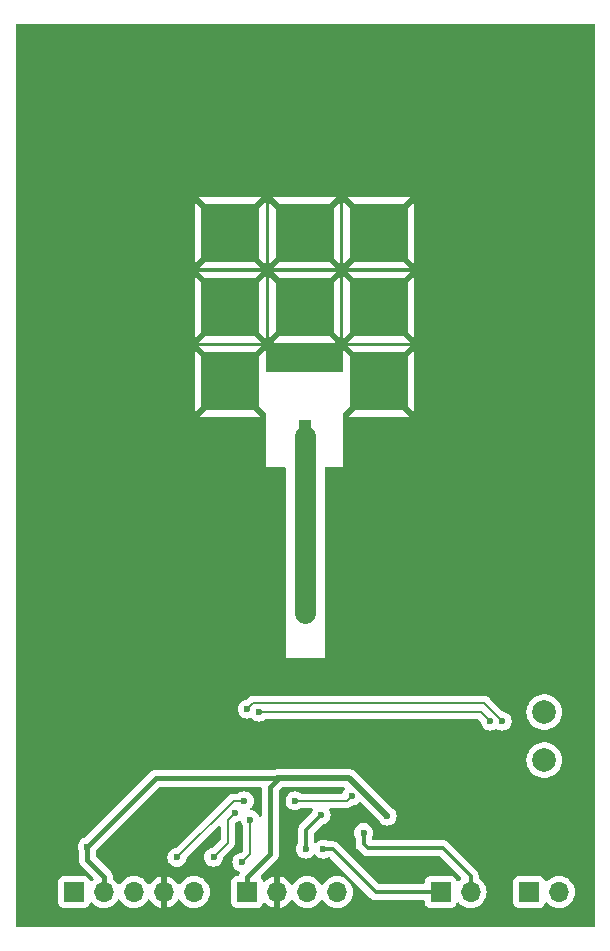
<source format=gbr>
%TF.GenerationSoftware,KiCad,Pcbnew,8.0.1*%
%TF.CreationDate,2025-07-31T15:27:13-05:00*%
%TF.ProjectId,GPS_board_v3,4750535f-626f-4617-9264-5f76332e6b69,rev?*%
%TF.SameCoordinates,Original*%
%TF.FileFunction,Copper,L2,Bot*%
%TF.FilePolarity,Positive*%
%FSLAX46Y46*%
G04 Gerber Fmt 4.6, Leading zero omitted, Abs format (unit mm)*
G04 Created by KiCad (PCBNEW 8.0.1) date 2025-07-31 15:27:13*
%MOMM*%
%LPD*%
G01*
G04 APERTURE LIST*
%TA.AperFunction,ComponentPad*%
%ADD10C,2.000000*%
%TD*%
%TA.AperFunction,ComponentPad*%
%ADD11R,1.700000X1.700000*%
%TD*%
%TA.AperFunction,ComponentPad*%
%ADD12O,1.700000X1.700000*%
%TD*%
%TA.AperFunction,ComponentPad*%
%ADD13R,5.000000X5.000000*%
%TD*%
%TA.AperFunction,ComponentPad*%
%ADD14R,1.000000X2.700000*%
%TD*%
%TA.AperFunction,ViaPad*%
%ADD15C,0.600000*%
%TD*%
%TA.AperFunction,Conductor*%
%ADD16C,0.450000*%
%TD*%
%TA.AperFunction,Conductor*%
%ADD17C,0.200000*%
%TD*%
%TA.AperFunction,Conductor*%
%ADD18C,0.350000*%
%TD*%
%TA.AperFunction,Conductor*%
%ADD19C,1.800000*%
%TD*%
%TA.AperFunction,Conductor*%
%ADD20C,0.500000*%
%TD*%
G04 APERTURE END LIST*
D10*
%TO.P,REF\u002A\u002A,1*%
%TO.N,STM_UART_TX*%
X167894000Y-110490000D03*
%TD*%
%TO.P,REF\u002A\u002A,1*%
%TO.N,STM_UART_RX*%
X167894000Y-114554000D03*
%TD*%
D11*
%TO.P,J3,1,Pin_1*%
%TO.N,+3V3*%
X142748000Y-125730000D03*
D12*
%TO.P,J3,2,Pin_2*%
%TO.N,GND*%
X145288000Y-125730000D03*
%TO.P,J3,3,Pin_3*%
%TO.N,CANL*%
X147828000Y-125730000D03*
%TO.P,J3,4,Pin_4*%
%TO.N,CANH*%
X150368000Y-125730000D03*
%TD*%
D11*
%TO.P,J4,1,Pin_1*%
%TO.N,STM_RST*%
X128080000Y-125715000D03*
D12*
%TO.P,J4,2,Pin_2*%
%TO.N,+3V3*%
X130620000Y-125715000D03*
%TO.P,J4,3,Pin_3*%
%TO.N,SWCLK*%
X133160000Y-125715000D03*
%TO.P,J4,4,Pin_4*%
%TO.N,GND*%
X135700000Y-125715000D03*
%TO.P,J4,5,Pin_5*%
%TO.N,SWDIO*%
X138240000Y-125715000D03*
%TD*%
D11*
%TO.P,J2,1,Pin_1*%
%TO.N,CANH*%
X159125000Y-125715000D03*
D12*
%TO.P,J2,2,Pin_2*%
%TO.N,Net-(J2A-Pin_2)*%
X161665000Y-125715000D03*
%TD*%
D13*
%TO.P,A1,1,GND*%
%TO.N,GND*%
X141300000Y-69900000D03*
X141300000Y-76200000D03*
X141300000Y-82500000D03*
X147600000Y-69900000D03*
X147600000Y-76200000D03*
X153900000Y-69900000D03*
X153900000Y-76200000D03*
X153900000Y-82500000D03*
D14*
%TO.P,A1,2,RF_OUT*%
%TO.N,Net-(A1-RF_OUT)*%
X147600000Y-87150000D03*
%TD*%
D11*
%TO.P,J1,1,Pin_1*%
%TO.N,SCL*%
X166625000Y-125715000D03*
D12*
%TO.P,J1,2,Pin_2*%
%TO.N,SDA*%
X169165000Y-125715000D03*
%TD*%
D15*
%TO.N,GND*%
X162814000Y-112776000D03*
X157734000Y-115316000D03*
X156464000Y-119634000D03*
%TO.N,STM_UART_TX*%
X163322000Y-111252000D03*
X143764000Y-110490000D03*
%TO.N,STM_UART_RX*%
X164338000Y-111252000D03*
X142748000Y-110236000D03*
%TO.N,GND*%
X171600000Y-109500000D03*
X123700000Y-114500000D03*
X123700000Y-109500000D03*
X171600000Y-114500000D03*
X123700000Y-104500000D03*
X123700000Y-123000000D03*
X171600000Y-123000000D03*
X123700000Y-118900000D03*
X123700000Y-128000000D03*
X130600000Y-109500000D03*
X171600000Y-104500000D03*
X171600000Y-118900000D03*
X130600000Y-104500000D03*
X171600000Y-128000000D03*
%TO.N,CANH*%
X149200000Y-122100000D03*
%TO.N,Net-(A1-RF_OUT)*%
X147600000Y-102100000D03*
%TO.N,+3V3*%
X129200000Y-121900000D03*
X145400000Y-116100000D03*
X154600000Y-119300000D03*
%TO.N,CANL*%
X149000000Y-119200000D03*
X147700000Y-122100000D03*
%TO.N,Net-(J2A-Pin_2)*%
X152600000Y-120700000D03*
%TO.N,SWCLK*%
X141700000Y-119000000D03*
X139900000Y-122775000D03*
%TO.N,STM_RST*%
X146800000Y-118000000D03*
X151600000Y-117600000D03*
X136800000Y-122800000D03*
X142500000Y-118000000D03*
%TO.N,SWDIO*%
X142300000Y-123200000D03*
X143000000Y-119600000D03*
%TD*%
D16*
%TO.N,+3V3*%
X144700000Y-116800000D02*
X144700000Y-122508000D01*
X142748000Y-124460000D02*
X144700000Y-122508000D01*
X145400000Y-116100000D02*
X144700000Y-116800000D01*
X142748000Y-124460000D02*
X142748000Y-125730000D01*
D17*
%TO.N,STM_UART_TX*%
X162560000Y-110490000D02*
X163322000Y-111252000D01*
X143764000Y-110490000D02*
X162560000Y-110490000D01*
%TO.N,STM_UART_RX*%
X143256000Y-109728000D02*
X142748000Y-110236000D01*
X164338000Y-111252000D02*
X162814000Y-109728000D01*
X143256000Y-109728000D02*
X162814000Y-109728000D01*
D18*
%TO.N,CANH*%
X150000000Y-122100000D02*
X153615000Y-125715000D01*
X149200000Y-122100000D02*
X150000000Y-122100000D01*
X153615000Y-125715000D02*
X159125000Y-125715000D01*
D19*
%TO.N,Net-(A1-RF_OUT)*%
X147600000Y-102100000D02*
X147600000Y-87150000D01*
D16*
%TO.N,+3V3*%
X135000000Y-116100000D02*
X145400000Y-116100000D01*
X129200000Y-123000000D02*
X129200000Y-121900000D01*
D20*
X154600000Y-119300000D02*
X151400000Y-116100000D01*
D16*
X129200000Y-121900000D02*
X135000000Y-116100000D01*
D20*
X151400000Y-116100000D02*
X145400000Y-116100000D01*
D16*
X130620000Y-125715000D02*
X130620000Y-124420000D01*
X130620000Y-124420000D02*
X129200000Y-123000000D01*
D18*
%TO.N,CANL*%
X147700000Y-122100000D02*
X147700000Y-120500000D01*
X147700000Y-120500000D02*
X149000000Y-119200000D01*
%TO.N,Net-(J2A-Pin_2)*%
X152960000Y-122000000D02*
X159300000Y-122000000D01*
X159300000Y-122000000D02*
X161665000Y-124365000D01*
X152600000Y-120700000D02*
X152600000Y-121640000D01*
X161665000Y-124365000D02*
X161665000Y-125715000D01*
X152600000Y-121640000D02*
X152960000Y-122000000D01*
D17*
%TO.N,SWCLK*%
X141100000Y-121575000D02*
X139900000Y-122775000D01*
X141100000Y-121575000D02*
X141100000Y-119600000D01*
X141100000Y-119600000D02*
X141700000Y-119000000D01*
%TO.N,STM_RST*%
X146800000Y-118000000D02*
X151200000Y-118000000D01*
X136800000Y-122800000D02*
X141600000Y-118000000D01*
X141600000Y-118000000D02*
X142500000Y-118000000D01*
X151200000Y-118000000D02*
X151600000Y-117600000D01*
%TO.N,SWDIO*%
X143000000Y-122500000D02*
X143000000Y-119600000D01*
X142300000Y-123200000D02*
X143000000Y-122500000D01*
%TD*%
%TA.AperFunction,Conductor*%
%TO.N,GND*%
G36*
X172130539Y-52212185D02*
G01*
X172176294Y-52264989D01*
X172187500Y-52316500D01*
X172187500Y-128575500D01*
X172167815Y-128642539D01*
X172115011Y-128688294D01*
X172063500Y-128699500D01*
X123274500Y-128699500D01*
X123207461Y-128679815D01*
X123161706Y-128627011D01*
X123150500Y-128575500D01*
X123150500Y-126612870D01*
X126729500Y-126612870D01*
X126729501Y-126612876D01*
X126735908Y-126672483D01*
X126786202Y-126807328D01*
X126786206Y-126807335D01*
X126872452Y-126922544D01*
X126872455Y-126922547D01*
X126987664Y-127008793D01*
X126987671Y-127008797D01*
X127122517Y-127059091D01*
X127122516Y-127059091D01*
X127129444Y-127059835D01*
X127182127Y-127065500D01*
X128977872Y-127065499D01*
X129037483Y-127059091D01*
X129172331Y-127008796D01*
X129287546Y-126922546D01*
X129373796Y-126807331D01*
X129422810Y-126675916D01*
X129464681Y-126619984D01*
X129530145Y-126595566D01*
X129598418Y-126610417D01*
X129626673Y-126631569D01*
X129748599Y-126753495D01*
X129845384Y-126821265D01*
X129942165Y-126889032D01*
X129942167Y-126889033D01*
X129942170Y-126889035D01*
X130156337Y-126988903D01*
X130384592Y-127050063D01*
X130561034Y-127065500D01*
X130619999Y-127070659D01*
X130620000Y-127070659D01*
X130620001Y-127070659D01*
X130678966Y-127065500D01*
X130855408Y-127050063D01*
X131083663Y-126988903D01*
X131297830Y-126889035D01*
X131491401Y-126753495D01*
X131658495Y-126586401D01*
X131788425Y-126400842D01*
X131843002Y-126357217D01*
X131912500Y-126350023D01*
X131974855Y-126381546D01*
X131991575Y-126400842D01*
X132121500Y-126586395D01*
X132121505Y-126586401D01*
X132288599Y-126753495D01*
X132385384Y-126821265D01*
X132482165Y-126889032D01*
X132482167Y-126889033D01*
X132482170Y-126889035D01*
X132696337Y-126988903D01*
X132924592Y-127050063D01*
X133101034Y-127065500D01*
X133159999Y-127070659D01*
X133160000Y-127070659D01*
X133160001Y-127070659D01*
X133218966Y-127065500D01*
X133395408Y-127050063D01*
X133623663Y-126988903D01*
X133837830Y-126889035D01*
X134031401Y-126753495D01*
X134198495Y-126586401D01*
X134328730Y-126400405D01*
X134383307Y-126356781D01*
X134452805Y-126349587D01*
X134515160Y-126381110D01*
X134531879Y-126400405D01*
X134661890Y-126586078D01*
X134828917Y-126753105D01*
X135022421Y-126888600D01*
X135236507Y-126988429D01*
X135236516Y-126988433D01*
X135450000Y-127045634D01*
X135450000Y-126148012D01*
X135507007Y-126180925D01*
X135634174Y-126215000D01*
X135765826Y-126215000D01*
X135892993Y-126180925D01*
X135950000Y-126148012D01*
X135950000Y-127045633D01*
X136163483Y-126988433D01*
X136163492Y-126988429D01*
X136377578Y-126888600D01*
X136571082Y-126753105D01*
X136738105Y-126586082D01*
X136868119Y-126400405D01*
X136922696Y-126356781D01*
X136992195Y-126349588D01*
X137054549Y-126381110D01*
X137071269Y-126400405D01*
X137201505Y-126586401D01*
X137368599Y-126753495D01*
X137465384Y-126821265D01*
X137562165Y-126889032D01*
X137562167Y-126889033D01*
X137562170Y-126889035D01*
X137776337Y-126988903D01*
X138004592Y-127050063D01*
X138181034Y-127065500D01*
X138239999Y-127070659D01*
X138240000Y-127070659D01*
X138240001Y-127070659D01*
X138298966Y-127065500D01*
X138475408Y-127050063D01*
X138703663Y-126988903D01*
X138917830Y-126889035D01*
X139111401Y-126753495D01*
X139278495Y-126586401D01*
X139414035Y-126392830D01*
X139513903Y-126178663D01*
X139575063Y-125950408D01*
X139595659Y-125715000D01*
X139575063Y-125479592D01*
X139517316Y-125264075D01*
X139513905Y-125251344D01*
X139513904Y-125251343D01*
X139513903Y-125251337D01*
X139414035Y-125037171D01*
X139408731Y-125029595D01*
X139278494Y-124843597D01*
X139111402Y-124676506D01*
X139111395Y-124676501D01*
X139098580Y-124667528D01*
X139055940Y-124637671D01*
X138917834Y-124540967D01*
X138917830Y-124540965D01*
X138850979Y-124509792D01*
X138703663Y-124441097D01*
X138703659Y-124441096D01*
X138703655Y-124441094D01*
X138475413Y-124379938D01*
X138475403Y-124379936D01*
X138240001Y-124359341D01*
X138239999Y-124359341D01*
X138004596Y-124379936D01*
X138004586Y-124379938D01*
X137776344Y-124441094D01*
X137776335Y-124441098D01*
X137562171Y-124540964D01*
X137562169Y-124540965D01*
X137368597Y-124676505D01*
X137201508Y-124843594D01*
X137071269Y-125029595D01*
X137016692Y-125073219D01*
X136947193Y-125080412D01*
X136884839Y-125048890D01*
X136868119Y-125029594D01*
X136738113Y-124843926D01*
X136738108Y-124843920D01*
X136571082Y-124676894D01*
X136377578Y-124541399D01*
X136163492Y-124441570D01*
X136163486Y-124441567D01*
X135950000Y-124384364D01*
X135950000Y-125281988D01*
X135892993Y-125249075D01*
X135765826Y-125215000D01*
X135634174Y-125215000D01*
X135507007Y-125249075D01*
X135450000Y-125281988D01*
X135450000Y-124384364D01*
X135449999Y-124384364D01*
X135236513Y-124441567D01*
X135236507Y-124441570D01*
X135022422Y-124541399D01*
X135022420Y-124541400D01*
X134828926Y-124676886D01*
X134828920Y-124676891D01*
X134661891Y-124843920D01*
X134661890Y-124843922D01*
X134531880Y-125029595D01*
X134477303Y-125073219D01*
X134407804Y-125080412D01*
X134345450Y-125048890D01*
X134328730Y-125029594D01*
X134198494Y-124843597D01*
X134031402Y-124676506D01*
X134031395Y-124676501D01*
X134018580Y-124667528D01*
X133975940Y-124637671D01*
X133837834Y-124540967D01*
X133837830Y-124540965D01*
X133770979Y-124509792D01*
X133623663Y-124441097D01*
X133623659Y-124441096D01*
X133623655Y-124441094D01*
X133395413Y-124379938D01*
X133395403Y-124379936D01*
X133160001Y-124359341D01*
X133159999Y-124359341D01*
X132924596Y-124379936D01*
X132924586Y-124379938D01*
X132696344Y-124441094D01*
X132696335Y-124441098D01*
X132482171Y-124540964D01*
X132482169Y-124540965D01*
X132288597Y-124676505D01*
X132121505Y-124843597D01*
X131991575Y-125029158D01*
X131936998Y-125072783D01*
X131867500Y-125079977D01*
X131805145Y-125048454D01*
X131788425Y-125029158D01*
X131658494Y-124843597D01*
X131491404Y-124676508D01*
X131491402Y-124676506D01*
X131491401Y-124676505D01*
X131475287Y-124665222D01*
X131398375Y-124611366D01*
X131354751Y-124556789D01*
X131345500Y-124509792D01*
X131345500Y-124348542D01*
X131317620Y-124208385D01*
X131317619Y-124208384D01*
X131317619Y-124208380D01*
X131262929Y-124076347D01*
X131215634Y-124005565D01*
X131183532Y-123957520D01*
X131183530Y-123957518D01*
X131183528Y-123957515D01*
X129961819Y-122735806D01*
X129928334Y-122674483D01*
X129925500Y-122648125D01*
X129925500Y-122271414D01*
X129932457Y-122230463D01*
X129942977Y-122200398D01*
X129972335Y-122153675D01*
X135264193Y-116861819D01*
X135325516Y-116828334D01*
X135351874Y-116825500D01*
X143850500Y-116825500D01*
X143917539Y-116845185D01*
X143963294Y-116897989D01*
X143974500Y-116949500D01*
X143974500Y-119231439D01*
X143954815Y-119298478D01*
X143902011Y-119344233D01*
X143832853Y-119354177D01*
X143769297Y-119325152D01*
X143733459Y-119272395D01*
X143725790Y-119250479D01*
X143629815Y-119097737D01*
X143502262Y-118970184D01*
X143349523Y-118874211D01*
X143179254Y-118814631D01*
X143179249Y-118814630D01*
X143109953Y-118806823D01*
X143045539Y-118779757D01*
X143005983Y-118722162D01*
X143003846Y-118652325D01*
X143036152Y-118595925D01*
X143129816Y-118502262D01*
X143225789Y-118349522D01*
X143285368Y-118179255D01*
X143285369Y-118179249D01*
X143305565Y-118000003D01*
X143305565Y-117999996D01*
X143285369Y-117820750D01*
X143285368Y-117820745D01*
X143225788Y-117650476D01*
X143129815Y-117497737D01*
X143002262Y-117370184D01*
X142849523Y-117274211D01*
X142679254Y-117214631D01*
X142679249Y-117214630D01*
X142500004Y-117194435D01*
X142499996Y-117194435D01*
X142320750Y-117214630D01*
X142320745Y-117214631D01*
X142150476Y-117274211D01*
X141997736Y-117370185D01*
X141994903Y-117372445D01*
X141992724Y-117373334D01*
X141991842Y-117373889D01*
X141991744Y-117373734D01*
X141930217Y-117398855D01*
X141917588Y-117399500D01*
X141679057Y-117399500D01*
X141520943Y-117399500D01*
X141368215Y-117440423D01*
X141368214Y-117440423D01*
X141368212Y-117440424D01*
X141368209Y-117440425D01*
X141333066Y-117460716D01*
X141333064Y-117460717D01*
X141231290Y-117519475D01*
X141231282Y-117519481D01*
X141119478Y-117631286D01*
X136781465Y-121969298D01*
X136720142Y-122002783D01*
X136707668Y-122004837D01*
X136620750Y-122014630D01*
X136450478Y-122074210D01*
X136297737Y-122170184D01*
X136170184Y-122297737D01*
X136074211Y-122450476D01*
X136014631Y-122620745D01*
X136014630Y-122620750D01*
X135994435Y-122799996D01*
X135994435Y-122800003D01*
X136014630Y-122979249D01*
X136014631Y-122979254D01*
X136074211Y-123149523D01*
X136154475Y-123277262D01*
X136170184Y-123302262D01*
X136297738Y-123429816D01*
X136450478Y-123525789D01*
X136518306Y-123549523D01*
X136620745Y-123585368D01*
X136620750Y-123585369D01*
X136799996Y-123605565D01*
X136800000Y-123605565D01*
X136800004Y-123605565D01*
X136979249Y-123585369D01*
X136979252Y-123585368D01*
X136979255Y-123585368D01*
X137149522Y-123525789D01*
X137302262Y-123429816D01*
X137429816Y-123302262D01*
X137525789Y-123149522D01*
X137585368Y-122979255D01*
X137595161Y-122892329D01*
X137622226Y-122827918D01*
X137630690Y-122818543D01*
X140287821Y-120161413D01*
X140349142Y-120127930D01*
X140418834Y-120132914D01*
X140474767Y-120174786D01*
X140499184Y-120240250D01*
X140499500Y-120249096D01*
X140499500Y-121274902D01*
X140479815Y-121341941D01*
X140463181Y-121362583D01*
X139881465Y-121944298D01*
X139820142Y-121977783D01*
X139807668Y-121979837D01*
X139720750Y-121989630D01*
X139550478Y-122049210D01*
X139397737Y-122145184D01*
X139270184Y-122272737D01*
X139174211Y-122425476D01*
X139114631Y-122595745D01*
X139114631Y-122595747D01*
X139094435Y-122774996D01*
X139094435Y-122775003D01*
X139114630Y-122954249D01*
X139114631Y-122954254D01*
X139174211Y-123124523D01*
X139221637Y-123200000D01*
X139270184Y-123277262D01*
X139397738Y-123404816D01*
X139550478Y-123500789D01*
X139621924Y-123525789D01*
X139720745Y-123560368D01*
X139720750Y-123560369D01*
X139899996Y-123580565D01*
X139900000Y-123580565D01*
X139900004Y-123580565D01*
X140079249Y-123560369D01*
X140079252Y-123560368D01*
X140079255Y-123560368D01*
X140249522Y-123500789D01*
X140402262Y-123404816D01*
X140529816Y-123277262D01*
X140625789Y-123124522D01*
X140685368Y-122954255D01*
X140695161Y-122867329D01*
X140722226Y-122802918D01*
X140730690Y-122793543D01*
X141458506Y-122065728D01*
X141458511Y-122065724D01*
X141468714Y-122055520D01*
X141468716Y-122055520D01*
X141580520Y-121943716D01*
X141642111Y-121837036D01*
X141659577Y-121806785D01*
X141700500Y-121654058D01*
X141700500Y-121495943D01*
X141700500Y-119916321D01*
X141720185Y-119849282D01*
X141772989Y-119803527D01*
X141810613Y-119793101D01*
X141879255Y-119785368D01*
X142021057Y-119735749D01*
X142049514Y-119725792D01*
X142049515Y-119725791D01*
X142049522Y-119725789D01*
X142049527Y-119725785D01*
X142049780Y-119725664D01*
X142049969Y-119725632D01*
X142056096Y-119723489D01*
X142056471Y-119724561D01*
X142118719Y-119714303D01*
X142182858Y-119742016D01*
X142220639Y-119796422D01*
X142274211Y-119949523D01*
X142322132Y-120025788D01*
X142359569Y-120085369D01*
X142370185Y-120102263D01*
X142372445Y-120105097D01*
X142373334Y-120107275D01*
X142373889Y-120108158D01*
X142373734Y-120108255D01*
X142398855Y-120169783D01*
X142399500Y-120182412D01*
X142399500Y-122199901D01*
X142379815Y-122266940D01*
X142363181Y-122287583D01*
X142281464Y-122369299D01*
X142220140Y-122402783D01*
X142207667Y-122404837D01*
X142120750Y-122414630D01*
X141950478Y-122474210D01*
X141797737Y-122570184D01*
X141670184Y-122697737D01*
X141574211Y-122850476D01*
X141514631Y-123020745D01*
X141514630Y-123020750D01*
X141494435Y-123199996D01*
X141494435Y-123200003D01*
X141514630Y-123379249D01*
X141514631Y-123379254D01*
X141574211Y-123549523D01*
X141596735Y-123585369D01*
X141670184Y-123702262D01*
X141797738Y-123829816D01*
X141814433Y-123840306D01*
X141950478Y-123925789D01*
X142030640Y-123953839D01*
X142087416Y-123994561D01*
X142113164Y-124059514D01*
X142104247Y-124118333D01*
X142050382Y-124248375D01*
X142050379Y-124248385D01*
X142044152Y-124279692D01*
X142011767Y-124341603D01*
X141951050Y-124376177D01*
X141922537Y-124379500D01*
X141850130Y-124379500D01*
X141850123Y-124379501D01*
X141790516Y-124385908D01*
X141655671Y-124436202D01*
X141655664Y-124436206D01*
X141540455Y-124522452D01*
X141540452Y-124522455D01*
X141454206Y-124637664D01*
X141454202Y-124637671D01*
X141403908Y-124772517D01*
X141397501Y-124832116D01*
X141397500Y-124832135D01*
X141397500Y-126627870D01*
X141397501Y-126627876D01*
X141403908Y-126687483D01*
X141454202Y-126822328D01*
X141454206Y-126822335D01*
X141540452Y-126937544D01*
X141540455Y-126937547D01*
X141655664Y-127023793D01*
X141655671Y-127023797D01*
X141790517Y-127074091D01*
X141790516Y-127074091D01*
X141797444Y-127074835D01*
X141850127Y-127080500D01*
X143645872Y-127080499D01*
X143705483Y-127074091D01*
X143840331Y-127023796D01*
X143955546Y-126937546D01*
X144041796Y-126822331D01*
X144091002Y-126690401D01*
X144132872Y-126634468D01*
X144198337Y-126610050D01*
X144266610Y-126624901D01*
X144294865Y-126646053D01*
X144416917Y-126768105D01*
X144610421Y-126903600D01*
X144824507Y-127003429D01*
X144824516Y-127003433D01*
X145038000Y-127060634D01*
X145038000Y-126163012D01*
X145095007Y-126195925D01*
X145222174Y-126230000D01*
X145353826Y-126230000D01*
X145480993Y-126195925D01*
X145538000Y-126163012D01*
X145538000Y-127060633D01*
X145751483Y-127003433D01*
X145751492Y-127003429D01*
X145965578Y-126903600D01*
X146159082Y-126768105D01*
X146326105Y-126601082D01*
X146456119Y-126415405D01*
X146510696Y-126371781D01*
X146580195Y-126364588D01*
X146642549Y-126396110D01*
X146659269Y-126415405D01*
X146789505Y-126601401D01*
X146956599Y-126768495D01*
X147053384Y-126836265D01*
X147150165Y-126904032D01*
X147150167Y-126904033D01*
X147150170Y-126904035D01*
X147364337Y-127003903D01*
X147592592Y-127065063D01*
X147769034Y-127080500D01*
X147827999Y-127085659D01*
X147828000Y-127085659D01*
X147828001Y-127085659D01*
X147886966Y-127080500D01*
X148063408Y-127065063D01*
X148291663Y-127003903D01*
X148505830Y-126904035D01*
X148699401Y-126768495D01*
X148866495Y-126601401D01*
X148996425Y-126415842D01*
X149051002Y-126372217D01*
X149120500Y-126365023D01*
X149182855Y-126396546D01*
X149199575Y-126415842D01*
X149329500Y-126601395D01*
X149329505Y-126601401D01*
X149496599Y-126768495D01*
X149593384Y-126836265D01*
X149690165Y-126904032D01*
X149690167Y-126904033D01*
X149690170Y-126904035D01*
X149904337Y-127003903D01*
X150132592Y-127065063D01*
X150309034Y-127080500D01*
X150367999Y-127085659D01*
X150368000Y-127085659D01*
X150368001Y-127085659D01*
X150426966Y-127080500D01*
X150603408Y-127065063D01*
X150831663Y-127003903D01*
X151045830Y-126904035D01*
X151239401Y-126768495D01*
X151406495Y-126601401D01*
X151542035Y-126407830D01*
X151641903Y-126193663D01*
X151703063Y-125965408D01*
X151723659Y-125730000D01*
X151703063Y-125494592D01*
X151641903Y-125266337D01*
X151542035Y-125052171D01*
X151539433Y-125048454D01*
X151406494Y-124858597D01*
X151239402Y-124691506D01*
X151239395Y-124691501D01*
X151045834Y-124555967D01*
X151045830Y-124555965D01*
X151007038Y-124537876D01*
X150831663Y-124456097D01*
X150831659Y-124456096D01*
X150831655Y-124456094D01*
X150603413Y-124394938D01*
X150603403Y-124394936D01*
X150368001Y-124374341D01*
X150367999Y-124374341D01*
X150132596Y-124394936D01*
X150132586Y-124394938D01*
X149904344Y-124456094D01*
X149904335Y-124456098D01*
X149690171Y-124555964D01*
X149690169Y-124555965D01*
X149496597Y-124691505D01*
X149329505Y-124858597D01*
X149199575Y-125044158D01*
X149144998Y-125087783D01*
X149075500Y-125094977D01*
X149013145Y-125063454D01*
X148996425Y-125044158D01*
X148866494Y-124858597D01*
X148699402Y-124691506D01*
X148699395Y-124691501D01*
X148505834Y-124555967D01*
X148505830Y-124555965D01*
X148467038Y-124537876D01*
X148291663Y-124456097D01*
X148291659Y-124456096D01*
X148291655Y-124456094D01*
X148063413Y-124394938D01*
X148063403Y-124394936D01*
X147828001Y-124374341D01*
X147827999Y-124374341D01*
X147592596Y-124394936D01*
X147592586Y-124394938D01*
X147364344Y-124456094D01*
X147364335Y-124456098D01*
X147150171Y-124555964D01*
X147150169Y-124555965D01*
X146956597Y-124691505D01*
X146789508Y-124858594D01*
X146659269Y-125044595D01*
X146604692Y-125088219D01*
X146535193Y-125095412D01*
X146472839Y-125063890D01*
X146456119Y-125044594D01*
X146326113Y-124858926D01*
X146326108Y-124858920D01*
X146159082Y-124691894D01*
X145965578Y-124556399D01*
X145751492Y-124456570D01*
X145751486Y-124456567D01*
X145538000Y-124399364D01*
X145538000Y-125296988D01*
X145480993Y-125264075D01*
X145353826Y-125230000D01*
X145222174Y-125230000D01*
X145095007Y-125264075D01*
X145038000Y-125296988D01*
X145038000Y-124399364D01*
X145037999Y-124399364D01*
X144824513Y-124456567D01*
X144824507Y-124456570D01*
X144610422Y-124556399D01*
X144610420Y-124556400D01*
X144416926Y-124691886D01*
X144294865Y-124813947D01*
X144233542Y-124847431D01*
X144163850Y-124842447D01*
X144107917Y-124800575D01*
X144091002Y-124769598D01*
X144041797Y-124637671D01*
X144041793Y-124637664D01*
X143955547Y-124522455D01*
X143955546Y-124522454D01*
X143935510Y-124507455D01*
X143930570Y-124503757D01*
X143888699Y-124447825D01*
X143883715Y-124378133D01*
X143917198Y-124316812D01*
X145263532Y-122970480D01*
X145342929Y-122851653D01*
X145397619Y-122719620D01*
X145406395Y-122675500D01*
X145406597Y-122674483D01*
X145425500Y-122579457D01*
X145425500Y-117151873D01*
X145445185Y-117084834D01*
X145461815Y-117064196D01*
X145639192Y-116886818D01*
X145700515Y-116853334D01*
X145726873Y-116850500D01*
X150918060Y-116850500D01*
X150985099Y-116870185D01*
X151030854Y-116922989D01*
X151040798Y-116992147D01*
X151011773Y-117055703D01*
X151005741Y-117062181D01*
X150970184Y-117097737D01*
X150874210Y-117250478D01*
X150851125Y-117316454D01*
X150810403Y-117373230D01*
X150745451Y-117398978D01*
X150734083Y-117399500D01*
X147382412Y-117399500D01*
X147315373Y-117379815D01*
X147305097Y-117372445D01*
X147302263Y-117370185D01*
X147302262Y-117370184D01*
X147245496Y-117334515D01*
X147149523Y-117274211D01*
X146979254Y-117214631D01*
X146979249Y-117214630D01*
X146800004Y-117194435D01*
X146799996Y-117194435D01*
X146620750Y-117214630D01*
X146620745Y-117214631D01*
X146450476Y-117274211D01*
X146297737Y-117370184D01*
X146170184Y-117497737D01*
X146074211Y-117650476D01*
X146014631Y-117820745D01*
X146014630Y-117820750D01*
X145994435Y-117999996D01*
X145994435Y-118000003D01*
X146014630Y-118179249D01*
X146014631Y-118179254D01*
X146074211Y-118349523D01*
X146156523Y-118480521D01*
X146170184Y-118502262D01*
X146297738Y-118629816D01*
X146388080Y-118686582D01*
X146444705Y-118722162D01*
X146450478Y-118725789D01*
X146604710Y-118779757D01*
X146620745Y-118785368D01*
X146620750Y-118785369D01*
X146799996Y-118805565D01*
X146800000Y-118805565D01*
X146800004Y-118805565D01*
X146979249Y-118785369D01*
X146979252Y-118785368D01*
X146979255Y-118785368D01*
X147149522Y-118725789D01*
X147302262Y-118629816D01*
X147302267Y-118629810D01*
X147305097Y-118627555D01*
X147307275Y-118626665D01*
X147308158Y-118626111D01*
X147308255Y-118626265D01*
X147369783Y-118601145D01*
X147382412Y-118600500D01*
X148206921Y-118600500D01*
X148273960Y-118620185D01*
X148319715Y-118672989D01*
X148329659Y-118742147D01*
X148311915Y-118790472D01*
X148274209Y-118850480D01*
X148218961Y-119008370D01*
X148189601Y-119055096D01*
X147175307Y-120069390D01*
X147175304Y-120069394D01*
X147101383Y-120180024D01*
X147101378Y-120180034D01*
X147050459Y-120302963D01*
X147050457Y-120302971D01*
X147024500Y-120433464D01*
X147024500Y-121634719D01*
X147005494Y-121700690D01*
X146974209Y-121750479D01*
X146914633Y-121920737D01*
X146914630Y-121920750D01*
X146894435Y-122099996D01*
X146894435Y-122100003D01*
X146914630Y-122279249D01*
X146914631Y-122279254D01*
X146974211Y-122449523D01*
X147050028Y-122570184D01*
X147070184Y-122602262D01*
X147197738Y-122729816D01*
X147350478Y-122825789D01*
X147469204Y-122867333D01*
X147520745Y-122885368D01*
X147520750Y-122885369D01*
X147699996Y-122905565D01*
X147700000Y-122905565D01*
X147700004Y-122905565D01*
X147879249Y-122885369D01*
X147879252Y-122885368D01*
X147879255Y-122885368D01*
X148049522Y-122825789D01*
X148202262Y-122729816D01*
X148329816Y-122602262D01*
X148345007Y-122578084D01*
X148397339Y-122531796D01*
X148466393Y-122521146D01*
X148530242Y-122549521D01*
X148554990Y-122578082D01*
X148570184Y-122602262D01*
X148697738Y-122729816D01*
X148850478Y-122825789D01*
X148969204Y-122867333D01*
X149020745Y-122885368D01*
X149020750Y-122885369D01*
X149199996Y-122905565D01*
X149200000Y-122905565D01*
X149200004Y-122905565D01*
X149379249Y-122885369D01*
X149379252Y-122885368D01*
X149379255Y-122885368D01*
X149549522Y-122825789D01*
X149599307Y-122794507D01*
X149665280Y-122775500D01*
X149668837Y-122775500D01*
X149735876Y-122795185D01*
X149756518Y-122811819D01*
X153090305Y-126145606D01*
X153184394Y-126239695D01*
X153184397Y-126239697D01*
X153184398Y-126239698D01*
X153295020Y-126313613D01*
X153295023Y-126313614D01*
X153295031Y-126313620D01*
X153295037Y-126313622D01*
X153295038Y-126313623D01*
X153406192Y-126359664D01*
X153417964Y-126364540D01*
X153417968Y-126364540D01*
X153417969Y-126364541D01*
X153548466Y-126390500D01*
X153548469Y-126390500D01*
X157650501Y-126390500D01*
X157717540Y-126410185D01*
X157763295Y-126462989D01*
X157774501Y-126514500D01*
X157774501Y-126612876D01*
X157780908Y-126672483D01*
X157831202Y-126807328D01*
X157831206Y-126807335D01*
X157917452Y-126922544D01*
X157917455Y-126922547D01*
X158032664Y-127008793D01*
X158032671Y-127008797D01*
X158167517Y-127059091D01*
X158167516Y-127059091D01*
X158174444Y-127059835D01*
X158227127Y-127065500D01*
X160022872Y-127065499D01*
X160082483Y-127059091D01*
X160217331Y-127008796D01*
X160332546Y-126922546D01*
X160418796Y-126807331D01*
X160467810Y-126675916D01*
X160509681Y-126619984D01*
X160575145Y-126595566D01*
X160643418Y-126610417D01*
X160671673Y-126631569D01*
X160793599Y-126753495D01*
X160890384Y-126821265D01*
X160987165Y-126889032D01*
X160987167Y-126889033D01*
X160987170Y-126889035D01*
X161201337Y-126988903D01*
X161429592Y-127050063D01*
X161606034Y-127065500D01*
X161664999Y-127070659D01*
X161665000Y-127070659D01*
X161665001Y-127070659D01*
X161723966Y-127065500D01*
X161900408Y-127050063D01*
X162128663Y-126988903D01*
X162342830Y-126889035D01*
X162536401Y-126753495D01*
X162677026Y-126612870D01*
X165274500Y-126612870D01*
X165274501Y-126612876D01*
X165280908Y-126672483D01*
X165331202Y-126807328D01*
X165331206Y-126807335D01*
X165417452Y-126922544D01*
X165417455Y-126922547D01*
X165532664Y-127008793D01*
X165532671Y-127008797D01*
X165667517Y-127059091D01*
X165667516Y-127059091D01*
X165674444Y-127059835D01*
X165727127Y-127065500D01*
X167522872Y-127065499D01*
X167582483Y-127059091D01*
X167717331Y-127008796D01*
X167832546Y-126922546D01*
X167918796Y-126807331D01*
X167967810Y-126675916D01*
X168009681Y-126619984D01*
X168075145Y-126595566D01*
X168143418Y-126610417D01*
X168171673Y-126631569D01*
X168293599Y-126753495D01*
X168390384Y-126821265D01*
X168487165Y-126889032D01*
X168487167Y-126889033D01*
X168487170Y-126889035D01*
X168701337Y-126988903D01*
X168929592Y-127050063D01*
X169106034Y-127065500D01*
X169164999Y-127070659D01*
X169165000Y-127070659D01*
X169165001Y-127070659D01*
X169223966Y-127065500D01*
X169400408Y-127050063D01*
X169628663Y-126988903D01*
X169842830Y-126889035D01*
X170036401Y-126753495D01*
X170203495Y-126586401D01*
X170339035Y-126392830D01*
X170438903Y-126178663D01*
X170500063Y-125950408D01*
X170520659Y-125715000D01*
X170500063Y-125479592D01*
X170442316Y-125264075D01*
X170438905Y-125251344D01*
X170438904Y-125251343D01*
X170438903Y-125251337D01*
X170339035Y-125037171D01*
X170333731Y-125029595D01*
X170203494Y-124843597D01*
X170036402Y-124676506D01*
X170036395Y-124676501D01*
X170023580Y-124667528D01*
X169980940Y-124637671D01*
X169842834Y-124540967D01*
X169842830Y-124540965D01*
X169775979Y-124509792D01*
X169628663Y-124441097D01*
X169628659Y-124441096D01*
X169628655Y-124441094D01*
X169400413Y-124379938D01*
X169400403Y-124379936D01*
X169165001Y-124359341D01*
X169164999Y-124359341D01*
X168929596Y-124379936D01*
X168929586Y-124379938D01*
X168701344Y-124441094D01*
X168701335Y-124441098D01*
X168487171Y-124540964D01*
X168487169Y-124540965D01*
X168293600Y-124676503D01*
X168171673Y-124798430D01*
X168110350Y-124831914D01*
X168040658Y-124826930D01*
X167984725Y-124785058D01*
X167967810Y-124754081D01*
X167918797Y-124622671D01*
X167918793Y-124622664D01*
X167832547Y-124507455D01*
X167832544Y-124507452D01*
X167717335Y-124421206D01*
X167717328Y-124421202D01*
X167582482Y-124370908D01*
X167582483Y-124370908D01*
X167522883Y-124364501D01*
X167522881Y-124364500D01*
X167522873Y-124364500D01*
X167522864Y-124364500D01*
X165727129Y-124364500D01*
X165727123Y-124364501D01*
X165667516Y-124370908D01*
X165532671Y-124421202D01*
X165532664Y-124421206D01*
X165417455Y-124507452D01*
X165417452Y-124507455D01*
X165331206Y-124622664D01*
X165331202Y-124622671D01*
X165280908Y-124757517D01*
X165274501Y-124817116D01*
X165274500Y-124817135D01*
X165274500Y-126612870D01*
X162677026Y-126612870D01*
X162703495Y-126586401D01*
X162839035Y-126392830D01*
X162938903Y-126178663D01*
X163000063Y-125950408D01*
X163020659Y-125715000D01*
X163000063Y-125479592D01*
X162942316Y-125264075D01*
X162938905Y-125251344D01*
X162938904Y-125251343D01*
X162938903Y-125251337D01*
X162839035Y-125037171D01*
X162833731Y-125029595D01*
X162703494Y-124843597D01*
X162536402Y-124676506D01*
X162536401Y-124676505D01*
X162525527Y-124668891D01*
X162393375Y-124576357D01*
X162349752Y-124521781D01*
X162340500Y-124474783D01*
X162340500Y-124298466D01*
X162314541Y-124167969D01*
X162314540Y-124167968D01*
X162314540Y-124167964D01*
X162263620Y-124045031D01*
X162231874Y-123997520D01*
X162189698Y-123934398D01*
X162189697Y-123934397D01*
X162189695Y-123934394D01*
X162095606Y-123840305D01*
X160929784Y-122674483D01*
X159730609Y-121475307D01*
X159730605Y-121475304D01*
X159619975Y-121401383D01*
X159619965Y-121401378D01*
X159497036Y-121350459D01*
X159497028Y-121350457D01*
X159366535Y-121324500D01*
X159366531Y-121324500D01*
X153399500Y-121324500D01*
X153332461Y-121304815D01*
X153286706Y-121252011D01*
X153275500Y-121200500D01*
X153275500Y-121165280D01*
X153294507Y-121099307D01*
X153325788Y-121049524D01*
X153385368Y-120879254D01*
X153385369Y-120879249D01*
X153405565Y-120700003D01*
X153405565Y-120699996D01*
X153385369Y-120520750D01*
X153385368Y-120520745D01*
X153325788Y-120350476D01*
X153229815Y-120197737D01*
X153102262Y-120070184D01*
X152949523Y-119974211D01*
X152779254Y-119914631D01*
X152779249Y-119914630D01*
X152600004Y-119894435D01*
X152599996Y-119894435D01*
X152420750Y-119914630D01*
X152420745Y-119914631D01*
X152250476Y-119974211D01*
X152097737Y-120070184D01*
X151970184Y-120197737D01*
X151874211Y-120350476D01*
X151814631Y-120520745D01*
X151814630Y-120520750D01*
X151794435Y-120699996D01*
X151794435Y-120700003D01*
X151814630Y-120879249D01*
X151814631Y-120879254D01*
X151874211Y-121049524D01*
X151905493Y-121099307D01*
X151924500Y-121165280D01*
X151924500Y-121706535D01*
X151950457Y-121837028D01*
X151950459Y-121837036D01*
X152001378Y-121959965D01*
X152001383Y-121959975D01*
X152075304Y-122070605D01*
X152075307Y-122070609D01*
X152529390Y-122524692D01*
X152529394Y-122524695D01*
X152640024Y-122598616D01*
X152640028Y-122598618D01*
X152640031Y-122598620D01*
X152762964Y-122649541D01*
X152888356Y-122674483D01*
X152893464Y-122675499D01*
X152893468Y-122675500D01*
X152893469Y-122675500D01*
X153026531Y-122675500D01*
X158968837Y-122675500D01*
X159035876Y-122695185D01*
X159056518Y-122711819D01*
X160822973Y-124478274D01*
X160856458Y-124539597D01*
X160851474Y-124609289D01*
X160809602Y-124665222D01*
X160806418Y-124667528D01*
X160793604Y-124676500D01*
X160671673Y-124798431D01*
X160610350Y-124831915D01*
X160540658Y-124826931D01*
X160484725Y-124785059D01*
X160467810Y-124754082D01*
X160418797Y-124622671D01*
X160418793Y-124622664D01*
X160332547Y-124507455D01*
X160332544Y-124507452D01*
X160217335Y-124421206D01*
X160217328Y-124421202D01*
X160082482Y-124370908D01*
X160082483Y-124370908D01*
X160022883Y-124364501D01*
X160022881Y-124364500D01*
X160022873Y-124364500D01*
X160022864Y-124364500D01*
X158227129Y-124364500D01*
X158227123Y-124364501D01*
X158167516Y-124370908D01*
X158032671Y-124421202D01*
X158032664Y-124421206D01*
X157917455Y-124507452D01*
X157917452Y-124507455D01*
X157831206Y-124622664D01*
X157831202Y-124622671D01*
X157780908Y-124757517D01*
X157774501Y-124817116D01*
X157774500Y-124817135D01*
X157774500Y-124915500D01*
X157754815Y-124982539D01*
X157702011Y-125028294D01*
X157650500Y-125039500D01*
X153946163Y-125039500D01*
X153879124Y-125019815D01*
X153858482Y-125003181D01*
X150430609Y-121575307D01*
X150430605Y-121575304D01*
X150319975Y-121501383D01*
X150319965Y-121501378D01*
X150197036Y-121450459D01*
X150197028Y-121450457D01*
X150066535Y-121424500D01*
X150066531Y-121424500D01*
X149665280Y-121424500D01*
X149599307Y-121405493D01*
X149549524Y-121374211D01*
X149379254Y-121314631D01*
X149379249Y-121314630D01*
X149200004Y-121294435D01*
X149199996Y-121294435D01*
X149020750Y-121314630D01*
X149020745Y-121314631D01*
X148850476Y-121374211D01*
X148697737Y-121470184D01*
X148587181Y-121580741D01*
X148525858Y-121614226D01*
X148456166Y-121609242D01*
X148400233Y-121567370D01*
X148375816Y-121501906D01*
X148375500Y-121493060D01*
X148375500Y-120831162D01*
X148395185Y-120764123D01*
X148411815Y-120743485D01*
X149144902Y-120010397D01*
X149191623Y-119981039D01*
X149349522Y-119925789D01*
X149502262Y-119829816D01*
X149629816Y-119702262D01*
X149725789Y-119549522D01*
X149785368Y-119379255D01*
X149791464Y-119325152D01*
X149805565Y-119200003D01*
X149805565Y-119199996D01*
X149785369Y-119020750D01*
X149785368Y-119020745D01*
X149766758Y-118967562D01*
X149725789Y-118850478D01*
X149725788Y-118850476D01*
X149688085Y-118790472D01*
X149669085Y-118723235D01*
X149689453Y-118656400D01*
X149742721Y-118611186D01*
X149793079Y-118600500D01*
X151113331Y-118600500D01*
X151113347Y-118600501D01*
X151120943Y-118600501D01*
X151279054Y-118600501D01*
X151279057Y-118600501D01*
X151431785Y-118559577D01*
X151481904Y-118530639D01*
X151568716Y-118480520D01*
X151618534Y-118430700D01*
X151679857Y-118397215D01*
X151692313Y-118395163D01*
X151779255Y-118385368D01*
X151949522Y-118325789D01*
X152102262Y-118229816D01*
X152197674Y-118134404D01*
X152258997Y-118100919D01*
X152328689Y-118105903D01*
X152373036Y-118134404D01*
X153846692Y-119608059D01*
X153869358Y-119644125D01*
X153871188Y-119643244D01*
X153874209Y-119649518D01*
X153874211Y-119649522D01*
X153970184Y-119802262D01*
X154097738Y-119929816D01*
X154250478Y-120025789D01*
X154375094Y-120069394D01*
X154420745Y-120085368D01*
X154420750Y-120085369D01*
X154599996Y-120105565D01*
X154600000Y-120105565D01*
X154600004Y-120105565D01*
X154779249Y-120085369D01*
X154779252Y-120085368D01*
X154779255Y-120085368D01*
X154949522Y-120025789D01*
X155102262Y-119929816D01*
X155229816Y-119802262D01*
X155325789Y-119649522D01*
X155385368Y-119479255D01*
X155385369Y-119479249D01*
X155405565Y-119300003D01*
X155405565Y-119299996D01*
X155385369Y-119120750D01*
X155385368Y-119120745D01*
X155325789Y-118950478D01*
X155229816Y-118797738D01*
X155102262Y-118670184D01*
X154949522Y-118574211D01*
X154949518Y-118574209D01*
X154943244Y-118571188D01*
X154944125Y-118569358D01*
X154908059Y-118546692D01*
X151878421Y-115517052D01*
X151878420Y-115517051D01*
X151821145Y-115478782D01*
X151788652Y-115457071D01*
X151755495Y-115434916D01*
X151755493Y-115434915D01*
X151755490Y-115434913D01*
X151618917Y-115378343D01*
X151618907Y-115378340D01*
X151473920Y-115349500D01*
X151473918Y-115349500D01*
X145699972Y-115349500D01*
X145659017Y-115342542D01*
X145579254Y-115314631D01*
X145579249Y-115314630D01*
X145400004Y-115294435D01*
X145399996Y-115294435D01*
X145220750Y-115314630D01*
X145220737Y-115314633D01*
X145069539Y-115367541D01*
X145028584Y-115374500D01*
X134928543Y-115374500D01*
X134788385Y-115402379D01*
X134788379Y-115402381D01*
X134656344Y-115457071D01*
X134537522Y-115536465D01*
X134537515Y-115536471D01*
X128946324Y-121127662D01*
X128899600Y-121157022D01*
X128850474Y-121174212D01*
X128697737Y-121270184D01*
X128570184Y-121397737D01*
X128474211Y-121550476D01*
X128414631Y-121720745D01*
X128414630Y-121720750D01*
X128394435Y-121899996D01*
X128394435Y-121900003D01*
X128414630Y-122079249D01*
X128414633Y-122079262D01*
X128467541Y-122230461D01*
X128474500Y-122271416D01*
X128474500Y-123071456D01*
X128485056Y-123124521D01*
X128485056Y-123124523D01*
X128502379Y-123211612D01*
X128502381Y-123211620D01*
X128557070Y-123343651D01*
X128636469Y-123462482D01*
X128636470Y-123462483D01*
X129711864Y-124537876D01*
X129745349Y-124599199D01*
X129740365Y-124668891D01*
X129711865Y-124713238D01*
X129626674Y-124798430D01*
X129565351Y-124831915D01*
X129495659Y-124826931D01*
X129439725Y-124785060D01*
X129422810Y-124754082D01*
X129373797Y-124622671D01*
X129373793Y-124622664D01*
X129287547Y-124507455D01*
X129287544Y-124507452D01*
X129172335Y-124421206D01*
X129172328Y-124421202D01*
X129037482Y-124370908D01*
X129037483Y-124370908D01*
X128977883Y-124364501D01*
X128977881Y-124364500D01*
X128977873Y-124364500D01*
X128977864Y-124364500D01*
X127182129Y-124364500D01*
X127182123Y-124364501D01*
X127122516Y-124370908D01*
X126987671Y-124421202D01*
X126987664Y-124421206D01*
X126872455Y-124507452D01*
X126872452Y-124507455D01*
X126786206Y-124622664D01*
X126786202Y-124622671D01*
X126735908Y-124757517D01*
X126729501Y-124817116D01*
X126729500Y-124817135D01*
X126729500Y-126612870D01*
X123150500Y-126612870D01*
X123150500Y-114554005D01*
X166388357Y-114554005D01*
X166408890Y-114801812D01*
X166408892Y-114801824D01*
X166469936Y-115042881D01*
X166569826Y-115270606D01*
X166705833Y-115478782D01*
X166705836Y-115478785D01*
X166874256Y-115661738D01*
X167070491Y-115814474D01*
X167289190Y-115932828D01*
X167524386Y-116013571D01*
X167769665Y-116054500D01*
X168018335Y-116054500D01*
X168263614Y-116013571D01*
X168498810Y-115932828D01*
X168717509Y-115814474D01*
X168913744Y-115661738D01*
X169082164Y-115478785D01*
X169218173Y-115270607D01*
X169318063Y-115042881D01*
X169379108Y-114801821D01*
X169399643Y-114554000D01*
X169379108Y-114306179D01*
X169318063Y-114065119D01*
X169218173Y-113837393D01*
X169082166Y-113629217D01*
X169060557Y-113605744D01*
X168913744Y-113446262D01*
X168717509Y-113293526D01*
X168717507Y-113293525D01*
X168717506Y-113293524D01*
X168498811Y-113175172D01*
X168498802Y-113175169D01*
X168263616Y-113094429D01*
X168018335Y-113053500D01*
X167769665Y-113053500D01*
X167524383Y-113094429D01*
X167289197Y-113175169D01*
X167289188Y-113175172D01*
X167070493Y-113293524D01*
X166874257Y-113446261D01*
X166705833Y-113629217D01*
X166569826Y-113837393D01*
X166469936Y-114065118D01*
X166408892Y-114306175D01*
X166408890Y-114306187D01*
X166388357Y-114553994D01*
X166388357Y-114554005D01*
X123150500Y-114554005D01*
X123150500Y-110236003D01*
X141942435Y-110236003D01*
X141962630Y-110415249D01*
X141962631Y-110415254D01*
X142022211Y-110585523D01*
X142045247Y-110622184D01*
X142118184Y-110738262D01*
X142245738Y-110865816D01*
X142304082Y-110902476D01*
X142385919Y-110953898D01*
X142398478Y-110961789D01*
X142467435Y-110985918D01*
X142568745Y-111021368D01*
X142568750Y-111021369D01*
X142747996Y-111041565D01*
X142748000Y-111041565D01*
X142748004Y-111041565D01*
X142927249Y-111021369D01*
X142927252Y-111021368D01*
X142927255Y-111021368D01*
X142927256Y-111021367D01*
X142927259Y-111021367D01*
X142961073Y-111009534D01*
X143028565Y-110985917D01*
X143098342Y-110982355D01*
X143157200Y-111015278D01*
X143261738Y-111119816D01*
X143414478Y-111215789D01*
X143517952Y-111251996D01*
X143584745Y-111275368D01*
X143584750Y-111275369D01*
X143763996Y-111295565D01*
X143764000Y-111295565D01*
X143764004Y-111295565D01*
X143943249Y-111275369D01*
X143943252Y-111275368D01*
X143943255Y-111275368D01*
X144113522Y-111215789D01*
X144266262Y-111119816D01*
X144266267Y-111119810D01*
X144269097Y-111117555D01*
X144271275Y-111116665D01*
X144272158Y-111116111D01*
X144272255Y-111116265D01*
X144333783Y-111091145D01*
X144346412Y-111090500D01*
X162259903Y-111090500D01*
X162326942Y-111110185D01*
X162347584Y-111126819D01*
X162491298Y-111270533D01*
X162524783Y-111331856D01*
X162526837Y-111344330D01*
X162536630Y-111431249D01*
X162596210Y-111601521D01*
X162689804Y-111750474D01*
X162692184Y-111754262D01*
X162819738Y-111881816D01*
X162972478Y-111977789D01*
X163142745Y-112037368D01*
X163142750Y-112037369D01*
X163321996Y-112057565D01*
X163322000Y-112057565D01*
X163322004Y-112057565D01*
X163501249Y-112037369D01*
X163501252Y-112037368D01*
X163501255Y-112037368D01*
X163671522Y-111977789D01*
X163764027Y-111919663D01*
X163831264Y-111900663D01*
X163895973Y-111919664D01*
X163988475Y-111977788D01*
X164158745Y-112037368D01*
X164158750Y-112037369D01*
X164337996Y-112057565D01*
X164338000Y-112057565D01*
X164338004Y-112057565D01*
X164517249Y-112037369D01*
X164517252Y-112037368D01*
X164517255Y-112037368D01*
X164687522Y-111977789D01*
X164840262Y-111881816D01*
X164967816Y-111754262D01*
X165063789Y-111601522D01*
X165123368Y-111431255D01*
X165133162Y-111344330D01*
X165143565Y-111252003D01*
X165143565Y-111251996D01*
X165123369Y-111072750D01*
X165123368Y-111072745D01*
X165091739Y-110982355D01*
X165063789Y-110902478D01*
X164967816Y-110749738D01*
X164840262Y-110622184D01*
X164687521Y-110526210D01*
X164584052Y-110490005D01*
X166388357Y-110490005D01*
X166408890Y-110737812D01*
X166408892Y-110737824D01*
X166469936Y-110978881D01*
X166569826Y-111206606D01*
X166705833Y-111414782D01*
X166705836Y-111414785D01*
X166874256Y-111597738D01*
X167070491Y-111750474D01*
X167289190Y-111868828D01*
X167524386Y-111949571D01*
X167769665Y-111990500D01*
X168018335Y-111990500D01*
X168263614Y-111949571D01*
X168498810Y-111868828D01*
X168717509Y-111750474D01*
X168913744Y-111597738D01*
X169082164Y-111414785D01*
X169218173Y-111206607D01*
X169318063Y-110978881D01*
X169379108Y-110737821D01*
X169391728Y-110585522D01*
X169399643Y-110490005D01*
X169399643Y-110489994D01*
X169379109Y-110242187D01*
X169379107Y-110242175D01*
X169318063Y-110001118D01*
X169218173Y-109773393D01*
X169082166Y-109565217D01*
X169031528Y-109510210D01*
X168913744Y-109382262D01*
X168717509Y-109229526D01*
X168717507Y-109229525D01*
X168717506Y-109229524D01*
X168498811Y-109111172D01*
X168498802Y-109111169D01*
X168263616Y-109030429D01*
X168018335Y-108989500D01*
X167769665Y-108989500D01*
X167524383Y-109030429D01*
X167289197Y-109111169D01*
X167289188Y-109111172D01*
X167070493Y-109229524D01*
X166874257Y-109382261D01*
X166705833Y-109565217D01*
X166569826Y-109773393D01*
X166469936Y-110001118D01*
X166408892Y-110242175D01*
X166408890Y-110242187D01*
X166388357Y-110489994D01*
X166388357Y-110490005D01*
X164584052Y-110490005D01*
X164517249Y-110466630D01*
X164430330Y-110456837D01*
X164365916Y-110429770D01*
X164356533Y-110421298D01*
X163301590Y-109366355D01*
X163301588Y-109366352D01*
X163182717Y-109247481D01*
X163182716Y-109247480D01*
X163095904Y-109197360D01*
X163095904Y-109197359D01*
X163095900Y-109197358D01*
X163045785Y-109168423D01*
X162893057Y-109127499D01*
X162734943Y-109127499D01*
X162727347Y-109127499D01*
X162727331Y-109127500D01*
X143176940Y-109127500D01*
X143136019Y-109138464D01*
X143136019Y-109138465D01*
X143098751Y-109148451D01*
X143024214Y-109168423D01*
X143024209Y-109168426D01*
X142887290Y-109247475D01*
X142887282Y-109247481D01*
X142775478Y-109359286D01*
X142775477Y-109359287D01*
X142729464Y-109405299D01*
X142668141Y-109438783D01*
X142655668Y-109440837D01*
X142568750Y-109450630D01*
X142398478Y-109510210D01*
X142245737Y-109606184D01*
X142118184Y-109733737D01*
X142022211Y-109886476D01*
X141962631Y-110056745D01*
X141962630Y-110056750D01*
X141942435Y-110235996D01*
X141942435Y-110236003D01*
X123150500Y-110236003D01*
X123150500Y-85484723D01*
X138668829Y-85484723D01*
X138692624Y-85493598D01*
X138752155Y-85499999D01*
X138752172Y-85500000D01*
X143847828Y-85500000D01*
X143847844Y-85499999D01*
X143907372Y-85493598D01*
X143907378Y-85493597D01*
X143931168Y-85484723D01*
X143931168Y-85484722D01*
X141300001Y-82853553D01*
X141300000Y-82853553D01*
X138668829Y-85484722D01*
X138668829Y-85484723D01*
X123150500Y-85484723D01*
X123150500Y-85047844D01*
X138300000Y-85047844D01*
X138306401Y-85107372D01*
X138306403Y-85107382D01*
X138315275Y-85131168D01*
X138315276Y-85131169D01*
X140900368Y-82546078D01*
X140950000Y-82546078D01*
X140973852Y-82635095D01*
X141019930Y-82714905D01*
X141085095Y-82780070D01*
X141164905Y-82826148D01*
X141253922Y-82850000D01*
X141346078Y-82850000D01*
X141435095Y-82826148D01*
X141514905Y-82780070D01*
X141580070Y-82714905D01*
X141626148Y-82635095D01*
X141650000Y-82546078D01*
X141650000Y-82500000D01*
X141653553Y-82500000D01*
X144263681Y-85110127D01*
X144297166Y-85171450D01*
X144300000Y-85197807D01*
X144300000Y-89700000D01*
X145876000Y-89700000D01*
X145943039Y-89719685D01*
X145988794Y-89772489D01*
X146000000Y-89824000D01*
X146000000Y-105900000D01*
X149300000Y-105900000D01*
X149300000Y-89824000D01*
X149319685Y-89756961D01*
X149372489Y-89711206D01*
X149424000Y-89700000D01*
X150900000Y-89700000D01*
X150900000Y-85484723D01*
X151268829Y-85484723D01*
X151292624Y-85493598D01*
X151352155Y-85499999D01*
X151352172Y-85500000D01*
X156447828Y-85500000D01*
X156447844Y-85499999D01*
X156507372Y-85493598D01*
X156507378Y-85493597D01*
X156531168Y-85484723D01*
X156531168Y-85484722D01*
X153900001Y-82853553D01*
X153900000Y-82853553D01*
X151268829Y-85484722D01*
X151268829Y-85484723D01*
X150900000Y-85484723D01*
X150900000Y-85197807D01*
X150919685Y-85130768D01*
X150936319Y-85110126D01*
X153500367Y-82546078D01*
X153550000Y-82546078D01*
X153573852Y-82635095D01*
X153619930Y-82714905D01*
X153685095Y-82780070D01*
X153764905Y-82826148D01*
X153853922Y-82850000D01*
X153946078Y-82850000D01*
X154035095Y-82826148D01*
X154114905Y-82780070D01*
X154180070Y-82714905D01*
X154226148Y-82635095D01*
X154250000Y-82546078D01*
X154250000Y-82500000D01*
X154253553Y-82500000D01*
X156884722Y-85131168D01*
X156884723Y-85131168D01*
X156893597Y-85107378D01*
X156893598Y-85107372D01*
X156899999Y-85047844D01*
X156900000Y-85047827D01*
X156900000Y-79952172D01*
X156899999Y-79952155D01*
X156893598Y-79892624D01*
X156884722Y-79868829D01*
X154253553Y-82499999D01*
X154253553Y-82500000D01*
X154250000Y-82500000D01*
X154250000Y-82453922D01*
X154226148Y-82364905D01*
X154180070Y-82285095D01*
X154114905Y-82219930D01*
X154035095Y-82173852D01*
X153946078Y-82150000D01*
X153853922Y-82150000D01*
X153764905Y-82173852D01*
X153685095Y-82219930D01*
X153619930Y-82285095D01*
X153573852Y-82364905D01*
X153550000Y-82453922D01*
X153550000Y-82546078D01*
X153500367Y-82546078D01*
X153546446Y-82499999D01*
X150915276Y-79868829D01*
X150906401Y-79892626D01*
X150900000Y-79952155D01*
X150900000Y-81576000D01*
X150880315Y-81643039D01*
X150827511Y-81688794D01*
X150776000Y-81700000D01*
X144424000Y-81700000D01*
X144356961Y-81680315D01*
X144311206Y-81627511D01*
X144300000Y-81576000D01*
X144300000Y-79952172D01*
X144299999Y-79952155D01*
X144293598Y-79892624D01*
X144284722Y-79868829D01*
X141653553Y-82499999D01*
X141653553Y-82500000D01*
X141650000Y-82500000D01*
X141650000Y-82453922D01*
X141626148Y-82364905D01*
X141580070Y-82285095D01*
X141514905Y-82219930D01*
X141435095Y-82173852D01*
X141346078Y-82150000D01*
X141253922Y-82150000D01*
X141164905Y-82173852D01*
X141085095Y-82219930D01*
X141019930Y-82285095D01*
X140973852Y-82364905D01*
X140950000Y-82453922D01*
X140950000Y-82546078D01*
X140900368Y-82546078D01*
X140946446Y-82500000D01*
X140946446Y-82499999D01*
X138315276Y-79868829D01*
X138306401Y-79892626D01*
X138300000Y-79952155D01*
X138300000Y-85047844D01*
X123150500Y-85047844D01*
X123150500Y-79515276D01*
X138668829Y-79515276D01*
X141300000Y-82146446D01*
X141300001Y-82146446D01*
X143931169Y-79515276D01*
X151268829Y-79515276D01*
X153900000Y-82146446D01*
X153900001Y-82146446D01*
X156531169Y-79515276D01*
X156531168Y-79515275D01*
X156507382Y-79506403D01*
X156507372Y-79506401D01*
X156447844Y-79500000D01*
X151352155Y-79500000D01*
X151292626Y-79506401D01*
X151268829Y-79515276D01*
X143931169Y-79515276D01*
X143931168Y-79515275D01*
X143907382Y-79506403D01*
X143907372Y-79506401D01*
X143847844Y-79500000D01*
X138752155Y-79500000D01*
X138692626Y-79506401D01*
X138668829Y-79515276D01*
X123150500Y-79515276D01*
X123150500Y-79184723D01*
X138668829Y-79184723D01*
X138692624Y-79193598D01*
X138752155Y-79199999D01*
X138752172Y-79200000D01*
X143847828Y-79200000D01*
X143847844Y-79199999D01*
X143907372Y-79193598D01*
X143907378Y-79193597D01*
X143931168Y-79184723D01*
X144968829Y-79184723D01*
X144992624Y-79193598D01*
X145052155Y-79199999D01*
X145052172Y-79200000D01*
X150147828Y-79200000D01*
X150147844Y-79199999D01*
X150207372Y-79193598D01*
X150207378Y-79193597D01*
X150231168Y-79184723D01*
X151268829Y-79184723D01*
X151292624Y-79193598D01*
X151352155Y-79199999D01*
X151352172Y-79200000D01*
X156447828Y-79200000D01*
X156447844Y-79199999D01*
X156507372Y-79193598D01*
X156507378Y-79193597D01*
X156531168Y-79184723D01*
X156531168Y-79184722D01*
X153900001Y-76553553D01*
X153900000Y-76553553D01*
X151268829Y-79184722D01*
X151268829Y-79184723D01*
X150231168Y-79184723D01*
X150231168Y-79184722D01*
X147600001Y-76553553D01*
X147600000Y-76553553D01*
X144968829Y-79184722D01*
X144968829Y-79184723D01*
X143931168Y-79184723D01*
X143931168Y-79184722D01*
X141300001Y-76553553D01*
X141300000Y-76553553D01*
X138668829Y-79184722D01*
X138668829Y-79184723D01*
X123150500Y-79184723D01*
X123150500Y-78747844D01*
X138300000Y-78747844D01*
X138306401Y-78807372D01*
X138306403Y-78807382D01*
X138315275Y-78831168D01*
X138315276Y-78831169D01*
X140900368Y-76246078D01*
X140950000Y-76246078D01*
X140973852Y-76335095D01*
X141019930Y-76414905D01*
X141085095Y-76480070D01*
X141164905Y-76526148D01*
X141253922Y-76550000D01*
X141346078Y-76550000D01*
X141435095Y-76526148D01*
X141514905Y-76480070D01*
X141580070Y-76414905D01*
X141626148Y-76335095D01*
X141650000Y-76246078D01*
X141650000Y-76200000D01*
X141653553Y-76200000D01*
X144284722Y-78831168D01*
X144284723Y-78831168D01*
X144293597Y-78807378D01*
X144293598Y-78807372D01*
X144299999Y-78747844D01*
X144600000Y-78747844D01*
X144606401Y-78807372D01*
X144606403Y-78807382D01*
X144615275Y-78831168D01*
X144615276Y-78831169D01*
X147200368Y-76246078D01*
X147250000Y-76246078D01*
X147273852Y-76335095D01*
X147319930Y-76414905D01*
X147385095Y-76480070D01*
X147464905Y-76526148D01*
X147553922Y-76550000D01*
X147646078Y-76550000D01*
X147735095Y-76526148D01*
X147814905Y-76480070D01*
X147880070Y-76414905D01*
X147926148Y-76335095D01*
X147950000Y-76246078D01*
X147950000Y-76200000D01*
X147953553Y-76200000D01*
X150584722Y-78831168D01*
X150584723Y-78831168D01*
X150593597Y-78807378D01*
X150593598Y-78807372D01*
X150599999Y-78747844D01*
X150900000Y-78747844D01*
X150906401Y-78807372D01*
X150906403Y-78807382D01*
X150915275Y-78831168D01*
X150915276Y-78831169D01*
X153500367Y-76246078D01*
X153550000Y-76246078D01*
X153573852Y-76335095D01*
X153619930Y-76414905D01*
X153685095Y-76480070D01*
X153764905Y-76526148D01*
X153853922Y-76550000D01*
X153946078Y-76550000D01*
X154035095Y-76526148D01*
X154114905Y-76480070D01*
X154180070Y-76414905D01*
X154226148Y-76335095D01*
X154250000Y-76246078D01*
X154250000Y-76200000D01*
X154253553Y-76200000D01*
X156884722Y-78831168D01*
X156884723Y-78831168D01*
X156893597Y-78807378D01*
X156893598Y-78807372D01*
X156899999Y-78747844D01*
X156900000Y-78747827D01*
X156900000Y-73652172D01*
X156899999Y-73652155D01*
X156893598Y-73592624D01*
X156884722Y-73568829D01*
X154253553Y-76199999D01*
X154253553Y-76200000D01*
X154250000Y-76200000D01*
X154250000Y-76153922D01*
X154226148Y-76064905D01*
X154180070Y-75985095D01*
X154114905Y-75919930D01*
X154035095Y-75873852D01*
X153946078Y-75850000D01*
X153853922Y-75850000D01*
X153764905Y-75873852D01*
X153685095Y-75919930D01*
X153619930Y-75985095D01*
X153573852Y-76064905D01*
X153550000Y-76153922D01*
X153550000Y-76246078D01*
X153500367Y-76246078D01*
X153546446Y-76199999D01*
X150915276Y-73568829D01*
X150906401Y-73592626D01*
X150900000Y-73652155D01*
X150900000Y-78747844D01*
X150599999Y-78747844D01*
X150600000Y-78747827D01*
X150600000Y-73652172D01*
X150599999Y-73652155D01*
X150593598Y-73592624D01*
X150584722Y-73568829D01*
X147953553Y-76199999D01*
X147953553Y-76200000D01*
X147950000Y-76200000D01*
X147950000Y-76153922D01*
X147926148Y-76064905D01*
X147880070Y-75985095D01*
X147814905Y-75919930D01*
X147735095Y-75873852D01*
X147646078Y-75850000D01*
X147553922Y-75850000D01*
X147464905Y-75873852D01*
X147385095Y-75919930D01*
X147319930Y-75985095D01*
X147273852Y-76064905D01*
X147250000Y-76153922D01*
X147250000Y-76246078D01*
X147200368Y-76246078D01*
X147246446Y-76200000D01*
X147246446Y-76199999D01*
X144615276Y-73568829D01*
X144606401Y-73592626D01*
X144600000Y-73652155D01*
X144600000Y-78747844D01*
X144299999Y-78747844D01*
X144300000Y-78747827D01*
X144300000Y-73652172D01*
X144299999Y-73652155D01*
X144293598Y-73592624D01*
X144284722Y-73568829D01*
X141653553Y-76199999D01*
X141653553Y-76200000D01*
X141650000Y-76200000D01*
X141650000Y-76153922D01*
X141626148Y-76064905D01*
X141580070Y-75985095D01*
X141514905Y-75919930D01*
X141435095Y-75873852D01*
X141346078Y-75850000D01*
X141253922Y-75850000D01*
X141164905Y-75873852D01*
X141085095Y-75919930D01*
X141019930Y-75985095D01*
X140973852Y-76064905D01*
X140950000Y-76153922D01*
X140950000Y-76246078D01*
X140900368Y-76246078D01*
X140946446Y-76200000D01*
X140946446Y-76199999D01*
X138315276Y-73568829D01*
X138306401Y-73592626D01*
X138300000Y-73652155D01*
X138300000Y-78747844D01*
X123150500Y-78747844D01*
X123150500Y-73215276D01*
X138668829Y-73215276D01*
X141300000Y-75846446D01*
X141300001Y-75846446D01*
X143931169Y-73215276D01*
X144968829Y-73215276D01*
X147600000Y-75846446D01*
X147600001Y-75846446D01*
X150231169Y-73215276D01*
X151268829Y-73215276D01*
X153900000Y-75846446D01*
X153900001Y-75846446D01*
X156531169Y-73215276D01*
X156531168Y-73215275D01*
X156507382Y-73206403D01*
X156507372Y-73206401D01*
X156447844Y-73200000D01*
X151352155Y-73200000D01*
X151292626Y-73206401D01*
X151268829Y-73215276D01*
X150231169Y-73215276D01*
X150231168Y-73215275D01*
X150207382Y-73206403D01*
X150207372Y-73206401D01*
X150147844Y-73200000D01*
X145052155Y-73200000D01*
X144992626Y-73206401D01*
X144968829Y-73215276D01*
X143931169Y-73215276D01*
X143931168Y-73215275D01*
X143907382Y-73206403D01*
X143907372Y-73206401D01*
X143847844Y-73200000D01*
X138752155Y-73200000D01*
X138692626Y-73206401D01*
X138668829Y-73215276D01*
X123150500Y-73215276D01*
X123150500Y-72884723D01*
X138668829Y-72884723D01*
X138692624Y-72893598D01*
X138752155Y-72899999D01*
X138752172Y-72900000D01*
X143847828Y-72900000D01*
X143847844Y-72899999D01*
X143907372Y-72893598D01*
X143907378Y-72893597D01*
X143931168Y-72884723D01*
X144968829Y-72884723D01*
X144992624Y-72893598D01*
X145052155Y-72899999D01*
X145052172Y-72900000D01*
X150147828Y-72900000D01*
X150147844Y-72899999D01*
X150207372Y-72893598D01*
X150207378Y-72893597D01*
X150231168Y-72884723D01*
X151268829Y-72884723D01*
X151292624Y-72893598D01*
X151352155Y-72899999D01*
X151352172Y-72900000D01*
X156447828Y-72900000D01*
X156447844Y-72899999D01*
X156507372Y-72893598D01*
X156507378Y-72893597D01*
X156531168Y-72884723D01*
X156531168Y-72884722D01*
X153900001Y-70253553D01*
X153900000Y-70253553D01*
X151268829Y-72884722D01*
X151268829Y-72884723D01*
X150231168Y-72884723D01*
X150231168Y-72884722D01*
X147600001Y-70253553D01*
X147600000Y-70253553D01*
X144968829Y-72884722D01*
X144968829Y-72884723D01*
X143931168Y-72884723D01*
X143931168Y-72884722D01*
X141300001Y-70253553D01*
X141300000Y-70253553D01*
X138668829Y-72884722D01*
X138668829Y-72884723D01*
X123150500Y-72884723D01*
X123150500Y-72447844D01*
X138300000Y-72447844D01*
X138306401Y-72507372D01*
X138306403Y-72507382D01*
X138315275Y-72531168D01*
X138315276Y-72531169D01*
X140900368Y-69946078D01*
X140950000Y-69946078D01*
X140973852Y-70035095D01*
X141019930Y-70114905D01*
X141085095Y-70180070D01*
X141164905Y-70226148D01*
X141253922Y-70250000D01*
X141346078Y-70250000D01*
X141435095Y-70226148D01*
X141514905Y-70180070D01*
X141580070Y-70114905D01*
X141626148Y-70035095D01*
X141650000Y-69946078D01*
X141650000Y-69900000D01*
X141653553Y-69900000D01*
X144284722Y-72531168D01*
X144284723Y-72531168D01*
X144293597Y-72507378D01*
X144293598Y-72507372D01*
X144299999Y-72447844D01*
X144600000Y-72447844D01*
X144606401Y-72507372D01*
X144606403Y-72507382D01*
X144615275Y-72531168D01*
X144615276Y-72531169D01*
X147200368Y-69946078D01*
X147250000Y-69946078D01*
X147273852Y-70035095D01*
X147319930Y-70114905D01*
X147385095Y-70180070D01*
X147464905Y-70226148D01*
X147553922Y-70250000D01*
X147646078Y-70250000D01*
X147735095Y-70226148D01*
X147814905Y-70180070D01*
X147880070Y-70114905D01*
X147926148Y-70035095D01*
X147950000Y-69946078D01*
X147950000Y-69900000D01*
X147953553Y-69900000D01*
X150584722Y-72531168D01*
X150584723Y-72531168D01*
X150593597Y-72507378D01*
X150593598Y-72507372D01*
X150599999Y-72447844D01*
X150900000Y-72447844D01*
X150906401Y-72507372D01*
X150906403Y-72507382D01*
X150915275Y-72531168D01*
X150915276Y-72531169D01*
X153500367Y-69946078D01*
X153550000Y-69946078D01*
X153573852Y-70035095D01*
X153619930Y-70114905D01*
X153685095Y-70180070D01*
X153764905Y-70226148D01*
X153853922Y-70250000D01*
X153946078Y-70250000D01*
X154035095Y-70226148D01*
X154114905Y-70180070D01*
X154180070Y-70114905D01*
X154226148Y-70035095D01*
X154250000Y-69946078D01*
X154250000Y-69900000D01*
X154253553Y-69900000D01*
X156884722Y-72531168D01*
X156884723Y-72531168D01*
X156893597Y-72507378D01*
X156893598Y-72507372D01*
X156899999Y-72447844D01*
X156900000Y-72447827D01*
X156900000Y-67352172D01*
X156899999Y-67352155D01*
X156893598Y-67292624D01*
X156884722Y-67268829D01*
X154253553Y-69899999D01*
X154253553Y-69900000D01*
X154250000Y-69900000D01*
X154250000Y-69853922D01*
X154226148Y-69764905D01*
X154180070Y-69685095D01*
X154114905Y-69619930D01*
X154035095Y-69573852D01*
X153946078Y-69550000D01*
X153853922Y-69550000D01*
X153764905Y-69573852D01*
X153685095Y-69619930D01*
X153619930Y-69685095D01*
X153573852Y-69764905D01*
X153550000Y-69853922D01*
X153550000Y-69946078D01*
X153500367Y-69946078D01*
X153546446Y-69899999D01*
X150915276Y-67268829D01*
X150906401Y-67292626D01*
X150900000Y-67352155D01*
X150900000Y-72447844D01*
X150599999Y-72447844D01*
X150600000Y-72447827D01*
X150600000Y-67352172D01*
X150599999Y-67352155D01*
X150593598Y-67292624D01*
X150584722Y-67268829D01*
X147953553Y-69899999D01*
X147953553Y-69900000D01*
X147950000Y-69900000D01*
X147950000Y-69853922D01*
X147926148Y-69764905D01*
X147880070Y-69685095D01*
X147814905Y-69619930D01*
X147735095Y-69573852D01*
X147646078Y-69550000D01*
X147553922Y-69550000D01*
X147464905Y-69573852D01*
X147385095Y-69619930D01*
X147319930Y-69685095D01*
X147273852Y-69764905D01*
X147250000Y-69853922D01*
X147250000Y-69946078D01*
X147200368Y-69946078D01*
X147246446Y-69900000D01*
X147246446Y-69899999D01*
X144615276Y-67268829D01*
X144606401Y-67292626D01*
X144600000Y-67352155D01*
X144600000Y-72447844D01*
X144299999Y-72447844D01*
X144300000Y-72447827D01*
X144300000Y-67352172D01*
X144299999Y-67352155D01*
X144293598Y-67292624D01*
X144284722Y-67268829D01*
X141653553Y-69899999D01*
X141653553Y-69900000D01*
X141650000Y-69900000D01*
X141650000Y-69853922D01*
X141626148Y-69764905D01*
X141580070Y-69685095D01*
X141514905Y-69619930D01*
X141435095Y-69573852D01*
X141346078Y-69550000D01*
X141253922Y-69550000D01*
X141164905Y-69573852D01*
X141085095Y-69619930D01*
X141019930Y-69685095D01*
X140973852Y-69764905D01*
X140950000Y-69853922D01*
X140950000Y-69946078D01*
X140900368Y-69946078D01*
X140946446Y-69900000D01*
X140946446Y-69899999D01*
X138315276Y-67268829D01*
X138306401Y-67292626D01*
X138300000Y-67352155D01*
X138300000Y-72447844D01*
X123150500Y-72447844D01*
X123150500Y-66915276D01*
X138668829Y-66915276D01*
X141300000Y-69546446D01*
X141300001Y-69546446D01*
X143931169Y-66915276D01*
X144968829Y-66915276D01*
X147600000Y-69546446D01*
X147600001Y-69546446D01*
X150231169Y-66915276D01*
X151268829Y-66915276D01*
X153900000Y-69546446D01*
X153900001Y-69546446D01*
X156531169Y-66915276D01*
X156531168Y-66915275D01*
X156507382Y-66906403D01*
X156507372Y-66906401D01*
X156447844Y-66900000D01*
X151352155Y-66900000D01*
X151292626Y-66906401D01*
X151268829Y-66915276D01*
X150231169Y-66915276D01*
X150231168Y-66915275D01*
X150207382Y-66906403D01*
X150207372Y-66906401D01*
X150147844Y-66900000D01*
X145052155Y-66900000D01*
X144992626Y-66906401D01*
X144968829Y-66915276D01*
X143931169Y-66915276D01*
X143931168Y-66915275D01*
X143907382Y-66906403D01*
X143907372Y-66906401D01*
X143847844Y-66900000D01*
X138752155Y-66900000D01*
X138692626Y-66906401D01*
X138668829Y-66915276D01*
X123150500Y-66915276D01*
X123150500Y-52316500D01*
X123170185Y-52249461D01*
X123222989Y-52203706D01*
X123274500Y-52192500D01*
X172063500Y-52192500D01*
X172130539Y-52212185D01*
G37*
%TD.AperFunction*%
%TD*%
M02*

</source>
